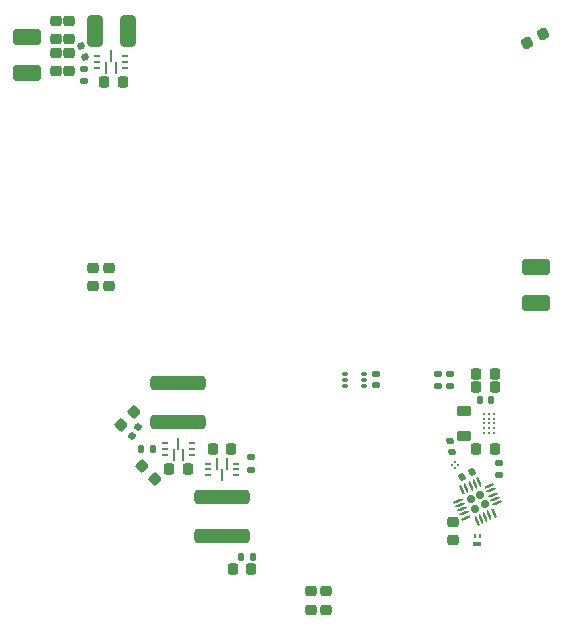
<source format=gbr>
%TF.GenerationSoftware,KiCad,Pcbnew,8.99.0-2194-gb3b7cbcab2*%
%TF.CreationDate,2024-09-04T20:38:51-04:00*%
%TF.ProjectId,thundervolt_hw1,7468756e-6465-4727-966f-6c745f687731,rev?*%
%TF.SameCoordinates,PX85b368ePY7384544*%
%TF.FileFunction,Paste,Top*%
%TF.FilePolarity,Positive*%
%FSLAX46Y46*%
G04 Gerber Fmt 4.6, Leading zero omitted, Abs format (unit mm)*
G04 Created by KiCad (PCBNEW 8.99.0-2194-gb3b7cbcab2) date 2024-09-04 20:38:51*
%MOMM*%
%LPD*%
G01*
G04 APERTURE LIST*
G04 Aperture macros list*
%AMRoundRect*
0 Rectangle with rounded corners*
0 $1 Rounding radius*
0 $2 $3 $4 $5 $6 $7 $8 $9 X,Y pos of 4 corners*
0 Add a 4 corners polygon primitive as box body*
4,1,4,$2,$3,$4,$5,$6,$7,$8,$9,$2,$3,0*
0 Add four circle primitives for the rounded corners*
1,1,$1+$1,$2,$3*
1,1,$1+$1,$4,$5*
1,1,$1+$1,$6,$7*
1,1,$1+$1,$8,$9*
0 Add four rect primitives between the rounded corners*
20,1,$1+$1,$2,$3,$4,$5,0*
20,1,$1+$1,$4,$5,$6,$7,0*
20,1,$1+$1,$6,$7,$8,$9,0*
20,1,$1+$1,$8,$9,$2,$3,0*%
%AMFreePoly0*
4,1,14,0.334644,0.085355,0.385355,0.034644,0.400000,-0.000711,0.400000,-0.050000,0.385355,-0.085355,0.350001,-0.100000,-0.350000,-0.100000,-0.385355,-0.085355,-0.400000,-0.050000,-0.400000,0.050000,-0.385355,0.085355,-0.350001,0.100000,0.299289,0.100000,0.334644,0.085355,0.334644,0.085355,$1*%
%AMFreePoly1*
4,1,14,0.385355,0.085355,0.400000,0.050000,0.400000,0.000711,0.385355,-0.034644,0.334644,-0.085355,0.299289,-0.100000,-0.350000,-0.100000,-0.385355,-0.085355,-0.400000,-0.050000,-0.400000,0.050000,-0.385355,0.085355,-0.350001,0.100000,0.350000,0.100000,0.385355,0.085355,0.385355,0.085355,$1*%
%AMFreePoly2*
4,1,14,0.085355,0.385355,0.100000,0.350001,0.100000,-0.350000,0.085355,-0.385355,0.050000,-0.400000,-0.050000,-0.400000,-0.085355,-0.385355,-0.100000,-0.350001,-0.100000,0.299289,-0.085355,0.334644,-0.034644,0.385355,0.000711,0.400000,0.050000,0.400000,0.085355,0.385355,0.085355,0.385355,$1*%
%AMFreePoly3*
4,1,14,0.034644,0.385355,0.085355,0.334644,0.100000,0.299289,0.100000,-0.350000,0.085355,-0.385355,0.050000,-0.400000,-0.050000,-0.400000,-0.085355,-0.385355,-0.100000,-0.350001,-0.100000,0.350000,-0.085355,0.385355,-0.050000,0.400000,-0.000711,0.400000,0.034644,0.385355,0.034644,0.385355,$1*%
%AMFreePoly4*
4,1,14,0.385355,0.085355,0.400000,0.050000,0.400000,-0.050000,0.385355,-0.085355,0.350001,-0.100000,-0.299289,-0.100000,-0.334644,-0.085355,-0.385355,-0.034644,-0.400000,0.000711,-0.400000,0.050000,-0.385355,0.085355,-0.350001,0.100000,0.350000,0.100000,0.385355,0.085355,0.385355,0.085355,$1*%
%AMFreePoly5*
4,1,14,0.385355,0.085355,0.400000,0.050000,0.400000,-0.050000,0.385355,-0.085355,0.350001,-0.100000,-0.350000,-0.100000,-0.385355,-0.085355,-0.400000,-0.050000,-0.400000,-0.000711,-0.385355,0.034644,-0.334644,0.085355,-0.299289,0.100000,0.350000,0.100000,0.385355,0.085355,0.385355,0.085355,$1*%
%AMFreePoly6*
4,1,14,0.085355,0.385355,0.100000,0.350001,0.100000,-0.299289,0.085355,-0.334644,0.034644,-0.385355,-0.000711,-0.400000,-0.050000,-0.400000,-0.085355,-0.385355,-0.100000,-0.350001,-0.100000,0.350000,-0.085355,0.385355,-0.050000,0.400000,0.050000,0.400000,0.085355,0.385355,0.085355,0.385355,$1*%
%AMFreePoly7*
4,1,14,0.085355,0.385355,0.100000,0.350001,0.100000,-0.350000,0.085355,-0.385355,0.050000,-0.400000,0.000711,-0.400000,-0.034644,-0.385355,-0.085355,-0.334644,-0.100000,-0.299289,-0.100000,0.350000,-0.085355,0.385355,-0.050000,0.400000,0.050000,0.400000,0.085355,0.385355,0.085355,0.385355,$1*%
G04 Aperture macros list end*
%ADD10RoundRect,0.062500X0.062500X0.137500X-0.062500X0.137500X-0.062500X-0.137500X0.062500X-0.137500X0*%
%ADD11RoundRect,0.100000X0.250000X0.100000X-0.250000X0.100000X-0.250000X-0.100000X0.250000X-0.100000X0*%
%ADD12RoundRect,0.218750X0.256250X-0.218750X0.256250X0.218750X-0.256250X0.218750X-0.256250X-0.218750X0*%
%ADD13RoundRect,0.225000X0.069856X0.329006X-0.319856X0.104006X-0.069856X-0.329006X0.319856X-0.104006X0*%
%ADD14RoundRect,0.140000X-0.140000X-0.170000X0.140000X-0.170000X0.140000X0.170000X-0.140000X0.170000X0*%
%ADD15RoundRect,0.140000X-0.207631X0.073414X-0.111865X-0.189700X0.207631X-0.073414X0.111865X0.189700X0*%
%ADD16RoundRect,0.225000X0.225000X0.250000X-0.225000X0.250000X-0.225000X-0.250000X0.225000X-0.250000X0*%
%ADD17RoundRect,0.225000X0.250000X-0.225000X0.250000X0.225000X-0.250000X0.225000X-0.250000X-0.225000X0*%
%ADD18RoundRect,0.295000X-2.055000X0.295000X-2.055000X-0.295000X2.055000X-0.295000X2.055000X0.295000X0*%
%ADD19RoundRect,0.135000X-0.185000X0.135000X-0.185000X-0.135000X0.185000X-0.135000X0.185000X0.135000X0*%
%ADD20RoundRect,0.135000X0.185000X-0.135000X0.185000X0.135000X-0.185000X0.135000X-0.185000X-0.135000X0*%
%ADD21RoundRect,0.250000X0.925000X-0.412500X0.925000X0.412500X-0.925000X0.412500X-0.925000X-0.412500X0*%
%ADD22RoundRect,0.225000X0.335876X0.017678X0.017678X0.335876X-0.335876X-0.017678X-0.017678X-0.335876X0*%
%ADD23RoundRect,0.140000X-0.055038X-0.213239X0.198728X-0.094906X0.055038X0.213239X-0.198728X0.094906X0*%
%ADD24RoundRect,0.140000X0.191728X-0.108353X0.143107X0.167393X-0.191728X0.108353X-0.143107X-0.167393X0*%
%ADD25RoundRect,0.250000X-0.925000X0.412500X-0.925000X-0.412500X0.925000X-0.412500X0.925000X0.412500X0*%
%ADD26RoundRect,0.140000X-0.058955X0.212189X-0.219557X-0.017173X0.058955X-0.212189X0.219557X0.017173X0*%
%ADD27RoundRect,0.225000X-0.250000X0.225000X-0.250000X-0.225000X0.250000X-0.225000X0.250000X0.225000X0*%
%ADD28RoundRect,0.295000X2.055000X-0.295000X2.055000X0.295000X-2.055000X0.295000X-2.055000X-0.295000X0*%
%ADD29RoundRect,0.225000X-0.225000X-0.250000X0.225000X-0.250000X0.225000X0.250000X-0.225000X0.250000X0*%
%ADD30RoundRect,0.062500X-0.212500X0.062500X-0.212500X-0.062500X0.212500X-0.062500X0.212500X0.062500X0*%
%ADD31RoundRect,0.050000X-0.050000X-0.425000X0.050000X-0.425000X0.050000X0.425000X-0.050000X0.425000X0*%
%ADD32RoundRect,0.135000X0.135000X0.185000X-0.135000X0.185000X-0.135000X-0.185000X0.135000X-0.185000X0*%
%ADD33RoundRect,0.062500X0.212500X-0.062500X0.212500X0.062500X-0.212500X0.062500X-0.212500X-0.062500X0*%
%ADD34RoundRect,0.050000X0.050000X0.425000X-0.050000X0.425000X-0.050000X-0.425000X0.050000X-0.425000X0*%
%ADD35RoundRect,0.140000X0.140000X0.170000X-0.140000X0.170000X-0.140000X-0.170000X0.140000X-0.170000X0*%
%ADD36RoundRect,0.225000X-0.017678X0.335876X-0.335876X0.017678X0.017678X-0.335876X0.335876X-0.017678X0*%
%ADD37C,0.200000*%
%ADD38C,0.208000*%
%ADD39RoundRect,0.172500X-0.229240X0.083436X-0.083436X-0.229240X0.229240X-0.083436X0.083436X0.229240X0*%
%ADD40FreePoly0,295.000000*%
%ADD41RoundRect,0.050000X-0.193232X0.296077X0.102601X-0.338339X0.193232X-0.296077X-0.102601X0.338339X0*%
%ADD42FreePoly1,295.000000*%
%ADD43FreePoly2,295.000000*%
%ADD44RoundRect,0.050000X-0.338339X-0.102601X-0.296077X-0.193232X0.338339X0.102601X0.296077X0.193232X0*%
%ADD45FreePoly3,295.000000*%
%ADD46FreePoly4,295.000000*%
%ADD47FreePoly5,295.000000*%
%ADD48FreePoly6,295.000000*%
%ADD49FreePoly7,295.000000*%
%ADD50RoundRect,0.075000X0.162500X-0.075000X0.162500X0.075000X-0.162500X0.075000X-0.162500X-0.075000X0*%
%ADD51RoundRect,0.325000X0.325000X1.025000X-0.325000X1.025000X-0.325000X-1.025000X0.325000X-1.025000X0*%
%ADD52RoundRect,0.140000X0.170000X-0.140000X0.170000X0.140000X-0.170000X0.140000X-0.170000X-0.140000X0*%
%ADD53RoundRect,0.218750X0.381250X-0.218750X0.381250X0.218750X-0.381250X0.218750X-0.381250X-0.218750X0*%
G04 APERTURE END LIST*
D10*
%TO.C,Q1*%
X18609332Y3891502D03*
X18159332Y3891502D03*
D11*
X18384332Y3191502D03*
%TD*%
D12*
%TO.C,D1*%
X16284332Y3541502D03*
X16284332Y5116504D03*
%TD*%
D13*
%TO.C,C23*%
X23955502Y46379002D03*
X22613162Y45604002D03*
%TD*%
D14*
%TO.C,C8*%
X-1595668Y2141502D03*
X-635668Y2141502D03*
%TD*%
D15*
%TO.C,C17*%
X-15179838Y45392554D03*
X-14851498Y44490450D03*
%TD*%
D16*
%TO.C,C1*%
X-6140668Y9541502D03*
X-7690668Y9541502D03*
%TD*%
D17*
%TO.C,C11*%
X4284332Y-2333498D03*
X4284332Y-783498D03*
%TD*%
%TO.C,C10*%
X5584332Y-2333498D03*
X5584332Y-783498D03*
%TD*%
D18*
%TO.C,L2*%
X-3215668Y7196502D03*
X-3215668Y3886502D03*
%TD*%
D19*
%TO.C,R4*%
X15084332Y17651502D03*
X15084332Y16631502D03*
%TD*%
D20*
%TO.C,R7*%
X20205970Y9056432D03*
X20205970Y10076430D03*
%TD*%
D17*
%TO.C,C20*%
X-17315668Y45966502D03*
X-17315668Y47516502D03*
%TD*%
D21*
%TO.C,C189*%
X23384332Y23604002D03*
X23384332Y26679002D03*
%TD*%
D20*
%TO.C,R3*%
X-14915668Y42431502D03*
X-14915668Y43451502D03*
%TD*%
D22*
%TO.C,C24*%
X-8867660Y8693494D03*
X-9963676Y9789510D03*
%TD*%
D23*
%TO.C,C25*%
X17049306Y8888645D03*
X17919358Y9294359D03*
%TD*%
D17*
%TO.C,C4*%
X-12815668Y25066502D03*
X-12815668Y26616502D03*
%TD*%
D24*
%TO.C,C22*%
X16217683Y11018794D03*
X16050981Y11964210D03*
%TD*%
D25*
%TO.C,C5*%
X-19715668Y46179002D03*
X-19715668Y43104002D03*
%TD*%
D20*
%TO.C,R2*%
X-815668Y9531502D03*
X-815668Y10551502D03*
%TD*%
D26*
%TO.C,C2*%
X-10340351Y13134695D03*
X-10890985Y12348309D03*
%TD*%
D16*
%TO.C,C15*%
X19859332Y11241502D03*
X18309332Y11241502D03*
%TD*%
%TO.C,C16*%
X-11640668Y42341502D03*
X-13190668Y42341502D03*
%TD*%
D27*
%TO.C,C18*%
X-16215668Y44816502D03*
X-16215668Y43266502D03*
%TD*%
D28*
%TO.C,L1*%
X-6915668Y13586502D03*
X-6915668Y16896502D03*
%TD*%
D29*
%TO.C,C9*%
X-2290668Y1141502D03*
X-740668Y1141502D03*
%TD*%
D30*
%TO.C,U2*%
X-2040668Y10041502D03*
D31*
X-2815668Y10016502D03*
X-3615668Y10016502D03*
D30*
X-4390668Y10041502D03*
X-4390668Y9541502D03*
X-4390668Y9041502D03*
D31*
X-3215668Y9066502D03*
D30*
X-2040668Y9041502D03*
X-2040668Y9541502D03*
%TD*%
D32*
%TO.C,R1*%
X-9105668Y11241502D03*
X-10125668Y11241502D03*
%TD*%
D29*
%TO.C,C7*%
X-3990668Y11241502D03*
X-2440668Y11241502D03*
%TD*%
D27*
%TO.C,C19*%
X-17315668Y44816502D03*
X-17315668Y43266502D03*
%TD*%
D33*
%TO.C,U1*%
X-8090668Y10741502D03*
D34*
X-7315668Y10766502D03*
X-6515668Y10766502D03*
D33*
X-5740668Y10741502D03*
X-5740668Y11241502D03*
X-5740668Y11741502D03*
D34*
X-6915668Y11716502D03*
D33*
X-8090668Y11741502D03*
X-8090668Y11241502D03*
%TD*%
D19*
%TO.C,R5*%
X16084332Y17651502D03*
X16084332Y16631502D03*
%TD*%
D35*
%TO.C,C14*%
X19564332Y15441502D03*
X18604332Y15441502D03*
%TD*%
D36*
%TO.C,C3*%
X-10667660Y14389510D03*
X-11763676Y13293494D03*
%TD*%
D37*
%TO.C,U4*%
X19784332Y12641502D03*
X19384332Y12641502D03*
X18984332Y12641502D03*
X19784332Y13041502D03*
X19384332Y13041502D03*
X18984332Y13041502D03*
X19784332Y13441502D03*
X19384332Y13441502D03*
X18984332Y13441502D03*
X19784332Y13841502D03*
X19384332Y13841502D03*
X18984332Y13841502D03*
X19784332Y14241502D03*
X19384332Y14241502D03*
X18984332Y14241502D03*
%TD*%
D38*
%TO.C,IC4*%
X16731819Y9941502D03*
X16484332Y9694015D03*
X16484332Y10188989D03*
X16236845Y9941502D03*
%TD*%
D33*
%TO.C,U3*%
X-13790668Y43541502D03*
D34*
X-13015668Y43566502D03*
X-12215668Y43566502D03*
D33*
X-11440668Y43541502D03*
X-11440668Y44041502D03*
X-11440668Y44541502D03*
D34*
X-12615668Y44516502D03*
D33*
X-13790668Y44541502D03*
X-13790668Y44041502D03*
%TD*%
D17*
%TO.C,C6*%
X-14115668Y25066502D03*
X-14115668Y26616502D03*
%TD*%
D39*
%TO.C,U5*%
X18639900Y7356296D03*
X17869538Y6997070D03*
X18999126Y6585934D03*
X18228764Y6226708D03*
D40*
X18546581Y8443742D03*
D41*
X18184059Y8274697D03*
X17821535Y8105647D03*
X17459012Y7936601D03*
D42*
X17096490Y7767553D03*
D43*
X16782092Y6903751D03*
D44*
X16951137Y6541229D03*
X17120187Y6178705D03*
X17289233Y5816182D03*
D45*
X17458281Y5453660D03*
D46*
X18322083Y5139262D03*
D41*
X18684605Y5308307D03*
X19047129Y5477357D03*
X19409652Y5646403D03*
D47*
X19772174Y5815451D03*
D48*
X20086572Y6679253D03*
D44*
X19917527Y7041775D03*
X19748477Y7404299D03*
X19579431Y7766822D03*
D49*
X19410383Y8129344D03*
%TD*%
D50*
%TO.C,U7*%
X7146332Y17641502D03*
X7146332Y17141502D03*
X7146332Y16641502D03*
X8822332Y16641502D03*
X8822332Y17141502D03*
X8822332Y17641502D03*
%TD*%
D16*
%TO.C,C12*%
X19859332Y16541502D03*
X18309332Y16541502D03*
%TD*%
D51*
%TO.C,L3*%
X-11215668Y46641502D03*
X-14015668Y46641502D03*
%TD*%
D17*
%TO.C,C21*%
X-16215668Y45966502D03*
X-16215668Y47516502D03*
%TD*%
D52*
%TO.C,C26*%
X9834332Y16661502D03*
X9834332Y17621502D03*
%TD*%
D16*
%TO.C,C13*%
X19859332Y17641502D03*
X18309332Y17641502D03*
%TD*%
D53*
%TO.C,L4*%
X17284332Y12379002D03*
X17284332Y14504002D03*
%TD*%
M02*

</source>
